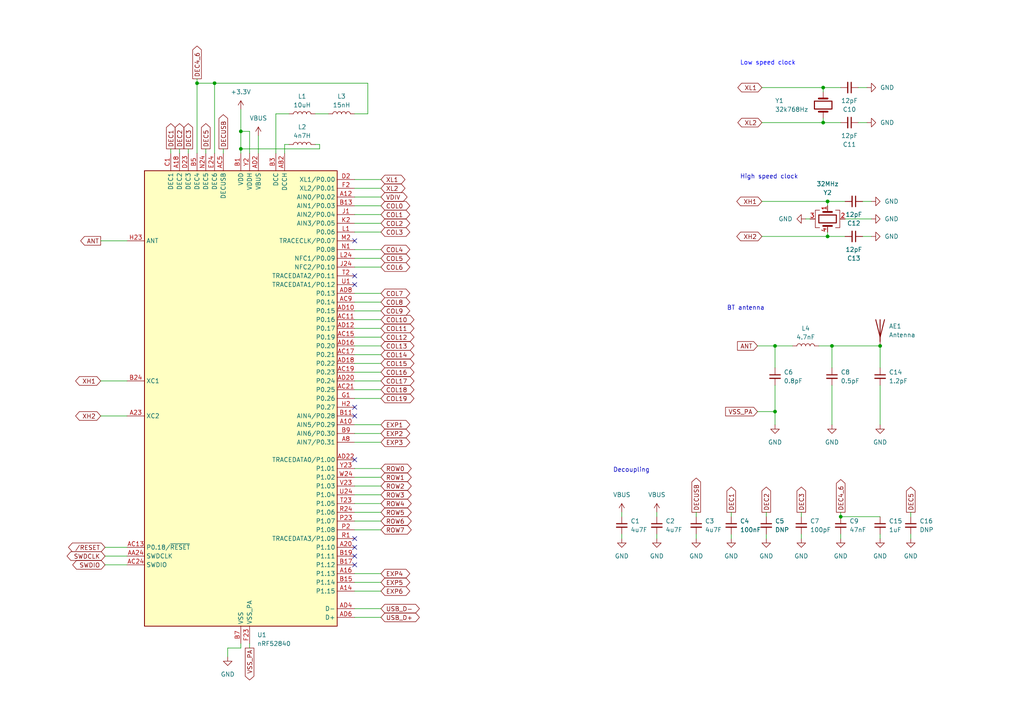
<source format=kicad_sch>
(kicad_sch (version 20230121) (generator eeschema)
  (paper "A4")
  (lib_symbols
    (symbol "Device:Antenna" (pin_numbers hide) (pin_names (offset 1.016) hide)
      (property "Reference" "AE" (at -1.905 1.905 0))
      (property "Value" "Antenna" (at -1.905 0 0))
      (symbol "Antenna_0_1"
        (polyline (pts (xy 0 2.54) (xy 0 -3.81)) (stroke (width 0.254)))
        (polyline (pts (xy 1.27 2.54) (xy 0 -2.54) (xy -1.27 2.54)) (stroke (width 0.254)))
      )
      (symbol "Antenna_1_1"
        (pin input line (at 0 -5.08 90) (length 2.54) (name "A") (number "1"))
      )
    )
    (symbol "Device:C_Small" (pin_numbers hide) (pin_names (offset 0.254) hide)
      (property "Reference" "C" (at 0.254 1.778 0))
      (property "Value" "C_Small" (at 0.254 -2.032 0))
      (symbol "C_Small_0_1"
        (polyline (pts (xy -1.524 -0.508) (xy 1.524 -0.508)) (stroke (width 0.3302)))
        (polyline (pts (xy -1.524 0.508) (xy 1.524 0.508)) (stroke (width 0.3048)))
      )
      (symbol "C_Small_1_1"
        (pin passive line (at 0 2.54 270) (length 2.032) (name "~") (number "1"))
        (pin passive line (at 0 -2.54 90) (length 2.032) (name "~") (number "2"))
      )
    )
    (symbol "Device:Crystal" (pin_numbers hide) (pin_names (offset 1.016) hide)
      (property "Reference" "Y" (at 0 3.81 0))
      (property "Value" "Crystal" (at 0 -3.81 0))
      (symbol "Crystal_0_1"
        (rectangle (start -1.143 2.54) (end 1.143 -2.54) (stroke (width 0.3048)))
        (polyline (pts (xy -2.54 0) (xy -1.905 0)))
        (polyline (pts (xy -1.905 -1.27) (xy -1.905 1.27)) (stroke (width 0.508)))
        (polyline (pts (xy 1.905 -1.27) (xy 1.905 1.27)) (stroke (width 0.508)))
        (polyline (pts (xy 2.54 0) (xy 1.905 0)))
      )
      (symbol "Crystal_1_1"
        (pin passive line (at -3.81 0 0) (length 1.27) (name "1") (number "1"))
        (pin passive line (at 3.81 0 180) (length 1.27) (name "2") (number "2"))
      )
    )
    (symbol "Device:Crystal_GND23" (pin_names (offset 1.016) hide)
      (property "Reference" "Y" (at 3.175 5.08 0))
      (property "Value" "Crystal_GND23" (at 3.175 3.175 0))
      (symbol "Crystal_GND23_0_1"
        (rectangle (start -1.143 2.54) (end 1.143 -2.54) (stroke (width 0.3048)))
        (polyline (pts (xy -2.54 0) (xy -2.032 0)))
        (polyline (pts (xy -2.032 -1.27) (xy -2.032 1.27)) (stroke (width 0.508)))
        (polyline (pts (xy 0 -3.81) (xy 0 -3.556)))
        (polyline (pts (xy 0 3.556) (xy 0 3.81)))
        (polyline (pts (xy 2.032 -1.27) (xy 2.032 1.27)) (stroke (width 0.508)))
        (polyline (pts (xy 2.032 0) (xy 2.54 0)))
        (polyline (pts (xy -2.54 -2.286) (xy -2.54 -3.556) (xy 2.54 -3.556) (xy 2.54 -2.286)))
        (polyline (pts (xy -2.54 2.286) (xy -2.54 3.556) (xy 2.54 3.556) (xy 2.54 2.286)))
      )
      (symbol "Crystal_GND23_1_1"
        (pin passive line (at -3.81 0 0) (length 1.27) (name "1") (number "1"))
        (pin passive line (at 0 5.08 270) (length 1.27) (name "2") (number "2"))
        (pin passive line (at 0 -5.08 90) (length 1.27) (name "3") (number "3"))
        (pin passive line (at 3.81 0 180) (length 1.27) (name "4") (number "4"))
      )
    )
    (symbol "Device:L" (pin_numbers hide) (pin_names (offset 1.016) hide)
      (property "Reference" "L" (at -1.27 0 90))
      (property "Value" "L" (at 1.905 0 90))
      (symbol "L_0_1"
        (arc (start 0 -2.54) (mid 0.6323 -1.905) (end 0 -1.27))
        (arc (start 0 -1.27) (mid 0.6323 -0.635) (end 0 0))
        (arc (start 0 0) (mid 0.6323 0.635) (end 0 1.27))
        (arc (start 0 1.27) (mid 0.6323 1.905) (end 0 2.54))
      )
      (symbol "L_1_1"
        (pin passive line (at 0 3.81 270) (length 1.27) (name "1") (number "1"))
        (pin passive line (at 0 -3.81 90) (length 1.27) (name "2") (number "2"))
      )
    )
    (symbol "MCU_Nordic:nRF52840"
      (property "Reference" "U" (at 0 5.08 0))
      (property "Value" "nRF52840" (at 0 2.54 0))
      (symbol "nRF52840_0_1"
        (rectangle (start -27.94 66.04) (end 27.94 -66.04) (stroke (width 0.254)) (fill (type background)))
      )
      (symbol "nRF52840_1_1"
        (pin bidirectional line (at 33.02 -7.62 180) (length 5.08) (name "AIN5/P0.29") (number "A10"))
        (pin bidirectional line (at 33.02 58.42 180) (length 5.08) (name "AIN0/P0.02") (number "A12"))
        (pin bidirectional line (at 33.02 -55.88 180) (length 5.08) (name "P1.15") (number "A14"))
        (pin bidirectional line (at 33.02 -50.8 180) (length 5.08) (name "P1.13") (number "A16"))
        (pin passive line (at -17.78 71.12 270) (length 5.08) (name "DEC2") (number "A18"))
        (pin bidirectional line (at 33.02 -43.18 180) (length 5.08) (name "P1.10") (number "A20"))
        (pin passive line (at 0 71.12 270) (length 5.08) hide (name "VDD") (number "A22"))
        (pin input line (at -33.02 -5.08 0) (length 5.08) (name "XC2") (number "A23"))
        (pin bidirectional line (at 33.02 -12.7 180) (length 5.08) (name "AIN7/P0.31") (number "A8"))
        (pin input line (at -33.02 -45.72 0) (length 5.08) (name "SWDCLK") (number "AA24"))
        (pin power_out line (at 12.7 71.12 270) (length 5.08) (name "DCCH") (number "AB2"))
        (pin bidirectional line (at 33.02 22.86 180) (length 5.08) (name "P0.16") (number "AC11"))
        (pin bidirectional line (at -33.02 -43.18 0) (length 5.08) (name "P0.18/~{RESET}") (number "AC13"))
        (pin bidirectional line (at 33.02 17.78 180) (length 5.08) (name "P0.19") (number "AC15"))
        (pin bidirectional line (at 33.02 12.7 180) (length 5.08) (name "P0.21") (number "AC17"))
        (pin bidirectional line (at 33.02 7.62 180) (length 5.08) (name "P0.23") (number "AC19"))
        (pin bidirectional line (at 33.02 2.54 180) (length 5.08) (name "P0.25") (number "AC21"))
        (pin bidirectional line (at -33.02 -48.26 0) (length 5.08) (name "SWDIO") (number "AC24"))
        (pin passive line (at -5.08 71.12 270) (length 5.08) (name "DECUSB") (number "AC5"))
        (pin bidirectional line (at 33.02 27.94 180) (length 5.08) (name "P0.14") (number "AC9"))
        (pin bidirectional line (at 33.02 25.4 180) (length 5.08) (name "P0.15") (number "AD10"))
        (pin bidirectional line (at 33.02 20.32 180) (length 5.08) (name "P0.17") (number "AD12"))
        (pin passive line (at 0 71.12 270) (length 5.08) hide (name "VDD") (number "AD14"))
        (pin bidirectional line (at 33.02 15.24 180) (length 5.08) (name "P0.20") (number "AD16"))
        (pin bidirectional line (at 33.02 10.16 180) (length 5.08) (name "P0.22") (number "AD18"))
        (pin power_in line (at 5.08 71.12 270) (length 5.08) (name "VBUS") (number "AD2"))
        (pin bidirectional line (at 33.02 5.08 180) (length 5.08) (name "P0.24") (number "AD20"))
        (pin bidirectional line (at 33.02 -17.78 180) (length 5.08) (name "TRACEDATA0/P1.00") (number "AD22"))
        (pin passive line (at 0 71.12 270) (length 5.08) hide (name "VDD") (number "AD23"))
        (pin bidirectional line (at 33.02 -60.96 180) (length 5.08) (name "D-") (number "AD4"))
        (pin bidirectional line (at 33.02 -63.5 180) (length 5.08) (name "D+") (number "AD6"))
        (pin bidirectional line (at 33.02 30.48 180) (length 5.08) (name "P0.13") (number "AD8"))
        (pin power_in line (at 0 71.12 270) (length 5.08) (name "VDD") (number "B1"))
        (pin bidirectional line (at 33.02 -5.08 180) (length 5.08) (name "AIN4/P0.28") (number "B11"))
        (pin bidirectional line (at 33.02 55.88 180) (length 5.08) (name "AIN1/P0.03") (number "B13"))
        (pin bidirectional line (at 33.02 -53.34 180) (length 5.08) (name "P1.14") (number "B15"))
        (pin bidirectional line (at 33.02 -48.26 180) (length 5.08) (name "P1.12") (number "B17"))
        (pin bidirectional line (at 33.02 -45.72 180) (length 5.08) (name "P1.11") (number "B19"))
        (pin input line (at -33.02 5.08 0) (length 5.08) (name "XC1") (number "B24"))
        (pin power_out line (at 10.16 71.12 270) (length 5.08) (name "DCC") (number "B3"))
        (pin passive line (at -12.7 71.12 270) (length 5.08) (name "DEC4") (number "B5"))
        (pin power_in line (at 0 -71.12 90) (length 5.08) (name "VSS") (number "B7"))
        (pin bidirectional line (at 33.02 -10.16 180) (length 5.08) (name "AIN6/P0.30") (number "B9"))
        (pin passive line (at -20.32 71.12 270) (length 5.08) (name "DEC1") (number "C1"))
        (pin bidirectional line (at 33.02 63.5 180) (length 5.08) (name "XL1/P0.00") (number "D2"))
        (pin passive line (at -15.24 71.12 270) (length 5.08) (name "DEC3") (number "D23"))
        (pin passive line (at -7.62 71.12 270) (length 5.08) (name "DEC6") (number "E24"))
        (pin passive line (at 0 -71.12 90) (length 5.08) hide (name "VSS") (number "EP"))
        (pin bidirectional line (at 33.02 60.96 180) (length 5.08) (name "XL2/P0.01") (number "F2"))
        (pin power_in line (at 2.54 -71.12 90) (length 5.08) (name "VSS_PA") (number "F23"))
        (pin bidirectional line (at 33.02 0 180) (length 5.08) (name "P0.26") (number "G1"))
        (pin bidirectional line (at 33.02 -2.54 180) (length 5.08) (name "P0.27") (number "H2"))
        (pin passive line (at -33.02 45.72 0) (length 5.08) (name "ANT") (number "H23"))
        (pin bidirectional line (at 33.02 53.34 180) (length 5.08) (name "AIN2/P0.04") (number "J1"))
        (pin bidirectional line (at 33.02 38.1 180) (length 5.08) (name "NFC2/P0.10") (number "J24"))
        (pin bidirectional line (at 33.02 50.8 180) (length 5.08) (name "AIN3/P0.05") (number "K2"))
        (pin bidirectional line (at 33.02 48.26 180) (length 5.08) (name "P0.06") (number "L1"))
        (pin bidirectional line (at 33.02 40.64 180) (length 5.08) (name "NFC1/P0.09") (number "L24"))
        (pin bidirectional line (at 33.02 45.72 180) (length 5.08) (name "TRACECLK/P0.07") (number "M2"))
        (pin bidirectional line (at 33.02 43.18 180) (length 5.08) (name "P0.08") (number "N1"))
        (pin passive line (at -10.16 71.12 270) (length 5.08) (name "DEC5") (number "N24"))
        (pin bidirectional line (at 33.02 -38.1 180) (length 5.08) (name "P1.08") (number "P2"))
        (pin bidirectional line (at 33.02 -35.56 180) (length 5.08) (name "P1.07") (number "P23"))
        (pin bidirectional line (at 33.02 -40.64 180) (length 5.08) (name "TRACEDATA3/P1.09") (number "R1"))
        (pin bidirectional line (at 33.02 -33.02 180) (length 5.08) (name "P1.06") (number "R24"))
        (pin bidirectional line (at 33.02 35.56 180) (length 5.08) (name "TRACEDATA2/P0.11") (number "T2"))
        (pin bidirectional line (at 33.02 -30.48 180) (length 5.08) (name "P1.05") (number "T23"))
        (pin bidirectional line (at 33.02 33.02 180) (length 5.08) (name "TRACEDATA1/P0.12") (number "U1"))
        (pin bidirectional line (at 33.02 -27.94 180) (length 5.08) (name "P1.04") (number "U24"))
        (pin bidirectional line (at 33.02 -25.4 180) (length 5.08) (name "P1.03") (number "V23"))
        (pin passive line (at 0 71.12 270) (length 5.08) hide (name "VDD") (number "W1"))
        (pin bidirectional line (at 33.02 -22.86 180) (length 5.08) (name "P1.02") (number "W24"))
        (pin power_in line (at 2.54 71.12 270) (length 5.08) (name "VDDH") (number "Y2"))
        (pin bidirectional line (at 33.02 -20.32 180) (length 5.08) (name "P1.01") (number "Y23"))
      )
    )
    (symbol "power:+3.3V" (power) (pin_names (offset 0))
      (property "Value" "+3.3V" (at 0 3.556 0))
      (symbol "+3.3V_0_1"
        (polyline (pts (xy -0.762 1.27) (xy 0 2.54)))
        (polyline (pts (xy 0 0) (xy 0 2.54)))
        (polyline (pts (xy 0 2.54) (xy 0.762 1.27)))
      )
      (symbol "+3.3V_1_1"
        (pin power_in line (at 0 0 90) (length 0) hide (name "+3.3V") (number "1"))
      )
    )
    (symbol "power:GND" (power) (pin_names (offset 0))
      (property "Value" "GND" (at 0 -3.81 0))
      (symbol "GND_0_1"
        (polyline (pts (xy 0 0) (xy 0 -1.27) (xy 1.27 -1.27) (xy 0 -2.54) (xy -1.27 -1.27) (xy 0 -1.27)))
      )
      (symbol "GND_1_1"
        (pin power_in line (at 0 0 270) (length 0) hide (name "GND") (number "1"))
      )
    )
    (symbol "power:VBUS" (power) (pin_names (offset 0))
      (property "Value" "VBUS" (at 0 3.81 0))
      (symbol "VBUS_0_1"
        (polyline (pts (xy -0.762 1.27) (xy 0 2.54)))
        (polyline (pts (xy 0 0) (xy 0 2.54)))
        (polyline (pts (xy 0 2.54) (xy 0.762 1.27)))
      )
      (symbol "VBUS_1_1"
        (pin power_in line (at 0 0 90) (length 0) hide (name "VBUS") (number "1"))
      )
    )
  )
  (junction (at 240.03 58.42))
  (junction (at 224.79 119.38))
  (junction (at 224.79 100.33))
  (junction (at 69.85 38.1))
  (junction (at 241.3 100.33))
  (junction (at 243.84 149.86))
  (junction (at 240.03 68.58))
  (junction (at 255.27 100.33))
  (junction (at 57.15 24.13))
  (junction (at 69.85 43.18))
  (junction (at 238.76 35.56))
  (junction (at 238.76 25.4))
  (junction (at 62.23 24.13))
  (no_connect (at 102.87 118.11))
  (no_connect (at 102.87 158.75))
  (no_connect (at 102.87 69.85))
  (no_connect (at 102.87 82.55))
  (no_connect (at 102.87 80.01))
  (no_connect (at 102.87 161.29))
  (no_connect (at 102.87 163.83))
  (no_connect (at 102.87 133.35))
  (no_connect (at 102.87 120.65))
  (no_connect (at 102.87 156.21))
  (wire (pts (xy 30.48 163.83) (xy 36.83 163.83)))
  (wire (pts (xy 74.93 39.37) (xy 74.93 44.45)))
  (wire (pts (xy 224.79 100.33) (xy 224.79 106.68)))
  (wire (pts (xy 29.21 110.49) (xy 36.83 110.49)))
  (wire (pts (xy 201.93 148.59) (xy 201.93 149.86)))
  (wire (pts (xy 102.87 115.57) (xy 110.49 115.57)))
  (wire (pts (xy 251.46 35.56) (xy 248.92 35.56)))
  (wire (pts (xy 102.87 153.67) (xy 110.49 153.67)))
  (wire (pts (xy 62.23 24.13) (xy 62.23 44.45)))
  (wire (pts (xy 59.69 43.18) (xy 59.69 44.45)))
  (wire (pts (xy 241.3 100.33) (xy 255.27 100.33)))
  (wire (pts (xy 255.27 154.94) (xy 255.27 156.21)))
  (wire (pts (xy 52.07 43.18) (xy 52.07 44.45)))
  (wire (pts (xy 102.87 146.05) (xy 110.49 146.05)))
  (wire (pts (xy 234.95 63.5) (xy 233.68 63.5)))
  (wire (pts (xy 66.04 190.5) (xy 66.04 187.96)))
  (wire (pts (xy 237.49 100.33) (xy 241.3 100.33)))
  (wire (pts (xy 245.11 58.42) (xy 240.03 58.42)))
  (wire (pts (xy 180.34 154.94) (xy 180.34 156.21)))
  (wire (pts (xy 72.39 44.45) (xy 72.39 38.1)))
  (wire (pts (xy 102.87 67.31) (xy 110.49 67.31)))
  (wire (pts (xy 102.87 57.15) (xy 110.49 57.15)))
  (wire (pts (xy 201.93 154.94) (xy 201.93 156.21)))
  (wire (pts (xy 220.98 25.4) (xy 238.76 25.4)))
  (wire (pts (xy 224.79 119.38) (xy 224.79 111.76)))
  (wire (pts (xy 80.01 44.45) (xy 80.01 33.02)))
  (wire (pts (xy 102.87 171.45) (xy 110.49 171.45)))
  (wire (pts (xy 102.87 138.43) (xy 110.49 138.43)))
  (wire (pts (xy 102.87 74.93) (xy 110.49 74.93)))
  (wire (pts (xy 82.55 41.91) (xy 82.55 44.45)))
  (wire (pts (xy 190.5 148.59) (xy 190.5 149.86)))
  (wire (pts (xy 243.84 154.94) (xy 243.84 156.21)))
  (wire (pts (xy 91.44 33.02) (xy 95.25 33.02)))
  (wire (pts (xy 102.87 100.33) (xy 110.49 100.33)))
  (wire (pts (xy 102.87 90.17) (xy 110.49 90.17)))
  (wire (pts (xy 102.87 105.41) (xy 110.49 105.41)))
  (wire (pts (xy 30.48 161.29) (xy 36.83 161.29)))
  (wire (pts (xy 80.01 33.02) (xy 83.82 33.02)))
  (wire (pts (xy 92.71 43.18) (xy 92.71 41.91)))
  (wire (pts (xy 241.3 111.76) (xy 241.3 123.19)))
  (wire (pts (xy 102.87 140.97) (xy 110.49 140.97)))
  (wire (pts (xy 102.87 148.59) (xy 110.49 148.59)))
  (wire (pts (xy 102.87 166.37) (xy 110.49 166.37)))
  (wire (pts (xy 57.15 22.86) (xy 57.15 24.13)))
  (wire (pts (xy 102.87 168.91) (xy 110.49 168.91)))
  (wire (pts (xy 102.87 102.87) (xy 110.49 102.87)))
  (wire (pts (xy 252.73 58.42) (xy 250.19 58.42)))
  (wire (pts (xy 251.46 25.4) (xy 248.92 25.4)))
  (wire (pts (xy 29.21 69.85) (xy 36.83 69.85)))
  (wire (pts (xy 252.73 63.5) (xy 245.11 63.5)))
  (wire (pts (xy 102.87 85.09) (xy 110.49 85.09)))
  (wire (pts (xy 243.84 149.86) (xy 255.27 149.86)))
  (wire (pts (xy 252.73 68.58) (xy 250.19 68.58)))
  (wire (pts (xy 69.85 43.18) (xy 69.85 44.45)))
  (wire (pts (xy 243.84 35.56) (xy 238.76 35.56)))
  (wire (pts (xy 102.87 107.95) (xy 110.49 107.95)))
  (wire (pts (xy 222.25 148.59) (xy 222.25 149.86)))
  (wire (pts (xy 64.77 43.18) (xy 64.77 44.45)))
  (wire (pts (xy 54.61 43.18) (xy 54.61 44.45)))
  (wire (pts (xy 91.44 41.91) (xy 92.71 41.91)))
  (wire (pts (xy 29.21 120.65) (xy 36.83 120.65)))
  (wire (pts (xy 106.68 33.02) (xy 102.87 33.02)))
  (wire (pts (xy 106.68 24.13) (xy 106.68 33.02)))
  (wire (pts (xy 219.71 119.38) (xy 224.79 119.38)))
  (wire (pts (xy 102.87 54.61) (xy 110.49 54.61)))
  (wire (pts (xy 240.03 68.58) (xy 240.03 67.31)))
  (wire (pts (xy 72.39 186.69) (xy 72.39 187.96)))
  (wire (pts (xy 224.79 100.33) (xy 229.87 100.33)))
  (wire (pts (xy 243.84 25.4) (xy 238.76 25.4)))
  (wire (pts (xy 69.85 43.18) (xy 92.71 43.18)))
  (wire (pts (xy 102.87 62.23) (xy 110.49 62.23)))
  (wire (pts (xy 102.87 113.03) (xy 110.49 113.03)))
  (wire (pts (xy 102.87 72.39) (xy 110.49 72.39)))
  (wire (pts (xy 102.87 135.89) (xy 110.49 135.89)))
  (wire (pts (xy 238.76 35.56) (xy 238.76 34.29)))
  (wire (pts (xy 219.71 100.33) (xy 224.79 100.33)))
  (wire (pts (xy 212.09 154.94) (xy 212.09 156.21)))
  (wire (pts (xy 222.25 154.94) (xy 222.25 156.21)))
  (wire (pts (xy 102.87 92.71) (xy 110.49 92.71)))
  (wire (pts (xy 220.98 58.42) (xy 240.03 58.42)))
  (wire (pts (xy 102.87 179.07) (xy 110.49 179.07)))
  (wire (pts (xy 102.87 95.25) (xy 110.49 95.25)))
  (wire (pts (xy 264.16 148.59) (xy 264.16 149.86)))
  (wire (pts (xy 102.87 110.49) (xy 110.49 110.49)))
  (wire (pts (xy 102.87 123.19) (xy 110.49 123.19)))
  (wire (pts (xy 102.87 52.07) (xy 110.49 52.07)))
  (wire (pts (xy 62.23 24.13) (xy 106.68 24.13)))
  (wire (pts (xy 264.16 154.94) (xy 264.16 156.21)))
  (wire (pts (xy 69.85 38.1) (xy 69.85 43.18)))
  (wire (pts (xy 102.87 128.27) (xy 110.49 128.27)))
  (wire (pts (xy 212.09 148.59) (xy 212.09 149.86)))
  (wire (pts (xy 69.85 186.69) (xy 69.85 187.96)))
  (wire (pts (xy 220.98 35.56) (xy 238.76 35.56)))
  (wire (pts (xy 49.53 43.18) (xy 49.53 44.45)))
  (wire (pts (xy 220.98 68.58) (xy 240.03 68.58)))
  (wire (pts (xy 102.87 77.47) (xy 110.49 77.47)))
  (wire (pts (xy 102.87 125.73) (xy 110.49 125.73)))
  (wire (pts (xy 224.79 119.38) (xy 224.79 123.19)))
  (wire (pts (xy 238.76 25.4) (xy 238.76 26.67)))
  (wire (pts (xy 102.87 176.53) (xy 110.49 176.53)))
  (wire (pts (xy 240.03 58.42) (xy 240.03 59.69)))
  (wire (pts (xy 180.34 148.59) (xy 180.34 149.86)))
  (wire (pts (xy 255.27 100.33) (xy 255.27 106.68)))
  (wire (pts (xy 243.84 148.59) (xy 243.84 149.86)))
  (wire (pts (xy 232.41 148.59) (xy 232.41 149.86)))
  (wire (pts (xy 72.39 38.1) (xy 69.85 38.1)))
  (wire (pts (xy 241.3 106.68) (xy 241.3 100.33)))
  (wire (pts (xy 232.41 154.94) (xy 232.41 156.21)))
  (wire (pts (xy 30.48 158.75) (xy 36.83 158.75)))
  (wire (pts (xy 102.87 59.69) (xy 110.49 59.69)))
  (wire (pts (xy 102.87 143.51) (xy 110.49 143.51)))
  (wire (pts (xy 66.04 187.96) (xy 69.85 187.96)))
  (wire (pts (xy 102.87 97.79) (xy 110.49 97.79)))
  (wire (pts (xy 57.15 24.13) (xy 62.23 24.13)))
  (wire (pts (xy 102.87 64.77) (xy 110.49 64.77)))
  (wire (pts (xy 102.87 151.13) (xy 110.49 151.13)))
  (wire (pts (xy 83.82 41.91) (xy 82.55 41.91)))
  (wire (pts (xy 102.87 87.63) (xy 110.49 87.63)))
  (wire (pts (xy 57.15 44.45) (xy 57.15 24.13)))
  (wire (pts (xy 69.85 31.75) (xy 69.85 38.1)))
  (wire (pts (xy 190.5 154.94) (xy 190.5 156.21)))
  (wire (pts (xy 245.11 68.58) (xy 240.03 68.58)))
  (wire (pts (xy 255.27 111.76) (xy 255.27 123.19)))
  (text "Low speed clock" (at 214.63 19.05 0) (effects (font (size 1.27 1.27)) (justify left bottom)))
  (text "Decoupling" (at 177.8 137.16 0) (effects (font (size 1.27 1.27)) (justify left bottom)))
  (text "High speed clock" (at 214.63 52.07 0) (effects (font (size 1.27 1.27)) (justify left bottom)))
  (text "BT antenna" (at 210.82 90.17 0) (effects (font (size 1.27 1.27)) (justify left bottom)))
  (global_label "SWDCLK" (shape bidirectional) (at 30.48 161.29 180) (property "Intersheetrefs" "${INTERSHEET_REFS}" (effects hide)))
  (global_label "EXP3" (shape bidirectional) (at 110.49 128.27 0) (property "Intersheetrefs" "${INTERSHEET_REFS}" (effects hide)))
  (global_label "ROW0" (shape bidirectional) (at 110.49 135.89 0) (property "Intersheetrefs" "${INTERSHEET_REFS}" (effects hide)))
  (global_label "USB_D-" (shape bidirectional) (at 110.49 176.53 0) (property "Intersheetrefs" "${INTERSHEET_REFS}" (effects hide)))
  (global_label "ROW3" (shape bidirectional) (at 110.49 143.51 0) (property "Intersheetrefs" "${INTERSHEET_REFS}" (effects hide)))
  (global_label "ROW1" (shape bidirectional) (at 110.49 138.43 0) (property "Intersheetrefs" "${INTERSHEET_REFS}" (effects hide)))
  (global_label "COL13" (shape bidirectional) (at 110.49 100.33 0) (property "Intersheetrefs" "${INTERSHEET_REFS}" (effects hide)))
  (global_label "ANT" (shape output) (at 29.21 69.85 180) (property "Intersheetrefs" "${INTERSHEET_REFS}" (effects hide)))
  (global_label "XH2" (shape bidirectional) (at 220.98 68.58 180) (property "Intersheetrefs" "${INTERSHEET_REFS}" (effects hide)))
  (global_label "VSS_PA" (shape input) (at 219.71 119.38 180) (property "Intersheetrefs" "${INTERSHEET_REFS}" (effects hide)))
  (global_label "SWDIO" (shape bidirectional) (at 30.48 163.83 180) (property "Intersheetrefs" "${INTERSHEET_REFS}" (effects hide)))
  (global_label "ANT" (shape input) (at 219.71 100.33 180) (property "Intersheetrefs" "${INTERSHEET_REFS}" (effects hide)))
  (global_label "DEC1" (shape output) (at 49.53 43.18 90) (property "Intersheetrefs" "${INTERSHEET_REFS}" (effects hide)))
  (global_label "EXP5" (shape bidirectional) (at 110.49 168.91 0) (property "Intersheetrefs" "${INTERSHEET_REFS}" (effects hide)))
  (global_label "ROW2" (shape bidirectional) (at 110.49 140.97 0) (property "Intersheetrefs" "${INTERSHEET_REFS}" (effects hide)))
  (global_label "COL5" (shape bidirectional) (at 110.49 74.93 0) (property "Intersheetrefs" "${INTERSHEET_REFS}" (effects hide)))
  (global_label "COL7" (shape bidirectional) (at 110.49 85.09 0) (property "Intersheetrefs" "${INTERSHEET_REFS}" (effects hide)))
  (global_label "COL14" (shape bidirectional) (at 110.49 102.87 0) (property "Intersheetrefs" "${INTERSHEET_REFS}" (effects hide)))
  (global_label "DEC5" (shape output) (at 59.69 43.18 90) (property "Intersheetrefs" "${INTERSHEET_REFS}" (effects hide)))
  (global_label "COL10" (shape bidirectional) (at 110.49 92.71 0) (property "Intersheetrefs" "${INTERSHEET_REFS}" (effects hide)))
  (global_label "EXP2" (shape bidirectional) (at 110.49 125.73 0) (property "Intersheetrefs" "${INTERSHEET_REFS}" (effects hide)))
  (global_label "COL16" (shape bidirectional) (at 110.49 107.95 0) (property "Intersheetrefs" "${INTERSHEET_REFS}" (effects hide)))
  (global_label "VSS_PA" (shape output) (at 72.39 187.96 270) (property "Intersheetrefs" "${INTERSHEET_REFS}" (effects hide)))
  (global_label "DEC3" (shape output) (at 54.61 43.18 90) (property "Intersheetrefs" "${INTERSHEET_REFS}" (effects hide)))
  (global_label "DEC2" (shape output) (at 52.07 43.18 90) (property "Intersheetrefs" "${INTERSHEET_REFS}" (effects hide)))
  (global_label "EXP6" (shape bidirectional) (at 110.49 171.45 0) (property "Intersheetrefs" "${INTERSHEET_REFS}" (effects hide)))
  (global_label "XH1" (shape bidirectional) (at 220.98 58.42 180) (property "Intersheetrefs" "${INTERSHEET_REFS}" (effects hide)))
  (global_label "XH2" (shape bidirectional) (at 29.21 120.65 180) (property "Intersheetrefs" "${INTERSHEET_REFS}" (effects hide)))
  (global_label "DEC4_6" (shape output) (at 243.84 148.59 90) (property "Intersheetrefs" "${INTERSHEET_REFS}" (effects hide)))
  (global_label "XL2" (shape bidirectional) (at 220.98 35.56 180) (property "Intersheetrefs" "${INTERSHEET_REFS}" (effects hide)))
  (global_label "USB_D+" (shape bidirectional) (at 110.49 179.07 0) (property "Intersheetrefs" "${INTERSHEET_REFS}" (effects hide)))
  (global_label "DEC4_6" (shape output) (at 57.15 22.86 90) (property "Intersheetrefs" "${INTERSHEET_REFS}" (effects hide)))
  (global_label "COL12" (shape bidirectional) (at 110.49 97.79 0) (property "Intersheetrefs" "${INTERSHEET_REFS}" (effects hide)))
  (global_label "COL6" (shape bidirectional) (at 110.49 77.47 0) (property "Intersheetrefs" "${INTERSHEET_REFS}" (effects hide)))
  (global_label "EXP1" (shape bidirectional) (at 110.49 123.19 0) (property "Intersheetrefs" "${INTERSHEET_REFS}" (effects hide)))
  (global_label "DEC1" (shape output) (at 212.09 148.59 90) (property "Intersheetrefs" "${INTERSHEET_REFS}" (effects hide)))
  (global_label "ROW4" (shape bidirectional) (at 110.49 146.05 0) (property "Intersheetrefs" "${INTERSHEET_REFS}" (effects hide)))
  (global_label "COL15" (shape bidirectional) (at 110.49 105.41 0) (property "Intersheetrefs" "${INTERSHEET_REFS}" (effects hide)))
  (global_label "COL18" (shape bidirectional) (at 110.49 113.03 0) (property "Intersheetrefs" "${INTERSHEET_REFS}" (effects hide)))
  (global_label "COL2" (shape bidirectional) (at 110.49 64.77 0) (property "Intersheetrefs" "${INTERSHEET_REFS}" (effects hide)))
  (global_label "COL1" (shape bidirectional) (at 110.49 62.23 0) (property "Intersheetrefs" "${INTERSHEET_REFS}" (effects hide)))
  (global_label "COL0" (shape bidirectional) (at 110.49 59.69 0) (property "Intersheetrefs" "${INTERSHEET_REFS}" (effects hide)))
  (global_label "DECUSB" (shape output) (at 64.77 43.18 90) (property "Intersheetrefs" "${INTERSHEET_REFS}" (effects hide)))
  (global_label "XL1" (shape bidirectional) (at 110.49 52.07 0) (property "Intersheetrefs" "${INTERSHEET_REFS}" (effects hide)))
  (global_label "COL9" (shape bidirectional) (at 110.49 90.17 0) (property "Intersheetrefs" "${INTERSHEET_REFS}" (effects hide)))
  (global_label "COL11" (shape bidirectional) (at 110.49 95.25 0) (property "Intersheetrefs" "${INTERSHEET_REFS}" (effects hide)))
  (global_label "EXP4" (shape bidirectional) (at 110.49 166.37 0) (property "Intersheetrefs" "${INTERSHEET_REFS}" (effects hide)))
  (global_label "DEC5" (shape output) (at 264.16 148.59 90) (property "Intersheetrefs" "${INTERSHEET_REFS}" (effects hide)))
  (global_label "DEC2" (shape output) (at 222.25 148.59 90) (property "Intersheetrefs" "${INTERSHEET_REFS}" (effects hide)))
  (global_label "XL1" (shape bidirectional) (at 220.98 25.4 180) (property "Intersheetrefs" "${INTERSHEET_REFS}" (effects hide)))
  (global_label "XL2" (shape bidirectional) (at 110.49 54.61 0) (property "Intersheetrefs" "${INTERSHEET_REFS}" (effects hide)))
  (global_label "COL3" (shape bidirectional) (at 110.49 67.31 0) (property "Intersheetrefs" "${INTERSHEET_REFS}" (effects hide)))
  (global_label "COL17" (shape bidirectional) (at 110.49 110.49 0) (property "Intersheetrefs" "${INTERSHEET_REFS}" (effects hide)))
  (global_label "ROW5" (shape bidirectional) (at 110.49 148.59 0) (property "Intersheetrefs" "${INTERSHEET_REFS}" (effects hide)))
  (global_label "COL4" (shape bidirectional) (at 110.49 72.39 0) (property "Intersheetrefs" "${INTERSHEET_REFS}" (effects hide)))
  (global_label "DEC3" (shape output) (at 232.41 148.59 90) (property "Intersheetrefs" "${INTERSHEET_REFS}" (effects hide)))
  (global_label "COL19" (shape bidirectional) (at 110.49 115.57 0) (property "Intersheetrefs" "${INTERSHEET_REFS}" (effects hide)))
  (global_label "ROW7" (shape bidirectional) (at 110.49 153.67 0) (property "Intersheetrefs" "${INTERSHEET_REFS}" (effects hide)))
  (global_label "COL8" (shape bidirectional) (at 110.49 87.63 0) (property "Intersheetrefs" "${INTERSHEET_REFS}" (effects hide)))
  (global_label "XH1" (shape bidirectional) (at 29.21 110.49 180) (property "Intersheetrefs" "${INTERSHEET_REFS}" (effects hide)))
  (global_label "VDIV" (shape bidirectional) (at 110.49 57.15 0) (property "Intersheetrefs" "${INTERSHEET_REFS}" (effects hide)))
  (global_label "ROW6" (shape bidirectional) (at 110.49 151.13 0) (property "Intersheetrefs" "${INTERSHEET_REFS}" (effects hide)))
  (global_label "{slash}RESET" (shape bidirectional) (at 30.48 158.75 180) (property "Intersheetrefs" "${INTERSHEET_REFS}" (effects hide)))
  (global_label "DECUSB" (shape output) (at 201.93 148.59 90) (property "Intersheetrefs" "${INTERSHEET_REFS}" (effects hide)))
  (symbol (lib_id "power:VBUS") (at 190.5 148.59 0) (unit 1)
    (property "Reference" "#PWR06" (effects hide))
    (property "Value" "VBUS" (at 190.5 143.51 0))
  )
  (symbol (lib_id "power:GND") (at 222.25 156.21 0) (unit 1)
    (property "Reference" "#PWR010" (effects hide))
    (property "Value" "GND" (at 222.25 161.29 0))
  )
  (symbol (lib_id "power:+3.3V") (at 69.85 31.75 0) (unit 1)
    (property "Reference" "#PWR02" (effects hide))
    (property "Value" "+3.3V" (at 69.85 26.67 0))
  )
  (symbol (lib_id "power:GND") (at 180.34 156.21 0) (unit 1)
    (property "Reference" "#PWR05" (effects hide))
    (property "Value" "GND" (at 180.34 161.29 0))
  )
  (symbol (lib_id "Device:C_Small") (at 264.16 152.4 0) (unit 1)
    (property "Reference" "C16" (at 266.7 151.1363 0) (effects (justify left)))
    (property "Value" "DNP" (at 266.7 153.6763 0) (effects (justify left)))
    (property "Footprint" "Capacitor_SMD:C_0603_1608Metric" (effects hide))
  )
  (symbol (lib_id "Device:L") (at 87.63 33.02 90) (unit 1)
    (property "Reference" "L1" (at 87.63 27.94 90))
    (property "Value" "10uH" (at 87.63 30.48 90))
  )
  (symbol (lib_id "Device:C_Small") (at 201.93 152.4 0) (unit 1)
    (property "Reference" "C3" (at 204.47 151.1363 0) (effects (justify left)))
    (property "Value" "4u7F" (at 204.47 153.6763 0) (effects (justify left)))
    (property "Footprint" "Capacitor_SMD:C_0603_1608Metric" (effects hide))
    (property "Datasheet" "https://jlcpcb.com/partdetail/20375-CL10A475KO8NNNC/C19666" (effects hide))
    (property "LCSC" "C19666" (effects hide))
  )
  (symbol (lib_id "power:GND") (at 255.27 123.19 0) (unit 1)
    (property "Reference" "#PWR023" (effects hide))
    (property "Value" "GND" (at 255.27 128.27 0))
  )
  (symbol (lib_id "Device:C_Small") (at 212.09 152.4 0) (unit 1)
    (property "Reference" "C4" (at 214.63 151.1363 0) (effects (justify left)))
    (property "Value" "100nF" (at 214.63 153.6763 0) (effects (justify left)))
    (property "Footprint" "Capacitor_SMD:C_0603_1608Metric" (effects hide))
    (property "Datasheet" "https://jlcpcb.com/partdetail/Yageo-CC0603KRX7R9BB104/C14663" (effects hide))
    (property "LCSC" "C14663" (effects hide))
  )
  (symbol (lib_id "power:GND") (at 252.73 68.58 90) (unit 1)
    (property "Reference" "#PWR022" (effects hide))
    (property "Value" "GND" (at 256.54 68.58 90) (effects (justify right)))
  )
  (symbol (lib_id "power:VBUS") (at 74.93 39.37 0) (unit 1)
    (property "Reference" "#PWR03" (effects hide))
    (property "Value" "VBUS" (at 74.93 34.29 0))
  )
  (symbol (lib_id "Device:C_Small") (at 255.27 152.4 0) (unit 1)
    (property "Reference" "C15" (at 257.81 151.1363 0) (effects (justify left)))
    (property "Value" "1uF" (at 257.81 153.6763 0) (effects (justify left)))
  )
  (symbol (lib_id "Device:C_Small") (at 247.65 68.58 270) (unit 1)
    (property "Reference" "C13" (at 247.6437 74.93 90))
    (property "Value" "12pF" (at 247.6437 72.39 90))
  )
  (symbol (lib_id "power:GND") (at 251.46 25.4 90) (unit 1)
    (property "Reference" "#PWR017" (effects hide))
    (property "Value" "GND" (at 255.27 25.4 90) (effects (justify right)))
  )
  (symbol (lib_id "power:GND") (at 66.04 190.5 0) (unit 1)
    (property "Reference" "#PWR01" (effects hide))
    (property "Value" "GND" (at 66.04 195.58 0))
  )
  (symbol (lib_id "power:GND") (at 233.68 63.5 270) (unit 1)
    (property "Reference" "#PWR014" (effects hide))
    (property "Value" "GND" (at 229.87 63.5 90) (effects (justify right)))
  )
  (symbol (lib_id "power:GND") (at 251.46 35.56 90) (unit 1)
    (property "Reference" "#PWR019" (effects hide))
    (property "Value" "GND" (at 255.27 35.56 90) (effects (justify right)))
  )
  (symbol (lib_id "Device:C_Small") (at 232.41 152.4 0) (unit 1)
    (property "Reference" "C7" (at 234.95 151.1363 0) (effects (justify left)))
    (property "Value" "100pF" (at 234.95 153.6763 0) (effects (justify left)))
  )
  (symbol (lib_id "Device:C_Small") (at 190.5 152.4 0) (unit 1)
    (property "Reference" "C2" (at 193.04 151.1363 0) (effects (justify left)))
    (property "Value" "4u7F" (at 193.04 153.6763 0) (effects (justify left)))
    (property "Footprint" "Capacitor_SMD:C_0603_1608Metric" (effects hide))
    (property "Datasheet" "https://jlcpcb.com/partdetail/20375-CL10A475KO8NNNC/C19666" (effects hide))
    (property "LCSC" "C19666" (effects hide))
  )
  (symbol (lib_id "power:GND") (at 255.27 156.21 0) (unit 1)
    (property "Reference" "#PWR024" (effects hide))
    (property "Value" "GND" (at 255.27 161.29 0))
  )
  (symbol (lib_id "power:GND") (at 252.73 63.5 90) (unit 1)
    (property "Reference" "#PWR021" (effects hide))
    (property "Value" "GND" (at 256.54 63.5 90) (effects (justify right)))
  )
  (symbol (lib_id "Device:C_Small") (at 243.84 152.4 0) (unit 1)
    (property "Reference" "C9" (at 246.38 151.1363 0) (effects (justify left)))
    (property "Value" "47nF" (at 246.38 153.6763 0) (effects (justify left)))
  )
  (symbol (lib_id "MCU_Nordic:nRF52840") (at 69.85 115.57 0) (unit 1)
    (property "Reference" "U1" (at 74.5841 184.15 0) (effects (justify left)))
    (property "Value" "nRF52840" (at 74.5841 186.69 0) (effects (justify left)))
    (property "Footprint" "Package_DFN_QFN:Nordic_AQFN-73-1EP_7x7mm_P0.5mm" (effects hide))
    (property "Datasheet" "http://infocenter.nordicsemi.com/topic/com.nordic.infocenter.nrf52/dita/nrf52/chips/nrf52840.html" (effects hide))
    (property "LCSC" "C1851953" (effects hide))
  )
  (symbol (lib_id "power:GND") (at 264.16 156.21 0) (unit 1)
    (property "Reference" "#PWR025" (effects hide))
    (property "Value" "GND" (at 264.16 161.29 0))
  )
  (symbol (lib_id "Device:C_Small") (at 180.34 152.4 0) (unit 1)
    (property "Reference" "C1" (at 182.88 151.1363 0) (effects (justify left)))
    (property "Value" "4u7F" (at 182.88 153.6763 0) (effects (justify left)))
    (property "Footprint" "Capacitor_SMD:C_0603_1608Metric" (effects hide))
    (property "Datasheet" "https://jlcpcb.com/partdetail/20375-CL10A475KO8NNNC/C19666" (effects hide))
    (property "LCSC" "C19666" (effects hide))
  )
  (symbol (lib_id "Device:C_Small") (at 247.65 58.42 270) (unit 1)
    (property "Reference" "C12" (at 247.6437 64.77 90))
    (property "Value" "12pF" (at 247.6437 62.23 90))
  )
  (symbol (lib_id "Device:C_Small") (at 246.38 35.56 270) (unit 1)
    (property "Reference" "C11" (at 246.3737 41.91 90))
    (property "Value" "12pF" (at 246.3737 39.37 90))
  )
  (symbol (lib_id "power:GND") (at 243.84 156.21 0) (unit 1)
    (property "Reference" "#PWR016" (effects hide))
    (property "Value" "GND" (at 243.84 161.29 0))
  )
  (symbol (lib_id "Device:C_Small") (at 241.3 109.22 0) (unit 1)
    (property "Reference" "C8" (at 243.84 107.9563 0) (effects (justify left)))
    (property "Value" "0.5pF" (at 243.84 110.4963 0) (effects (justify left)))
  )
  (symbol (lib_id "Device:L") (at 233.68 100.33 90) (unit 1)
    (property "Reference" "L4" (at 233.68 95.25 90))
    (property "Value" "4.7nF" (at 233.68 97.79 90))
  )
  (symbol (lib_id "Device:C_Small") (at 222.25 152.4 0) (unit 1)
    (property "Reference" "C5" (at 224.79 151.1363 0) (effects (justify left)))
    (property "Value" "DNP" (at 224.79 153.6763 0) (effects (justify left)))
    (property "Footprint" "Capacitor_SMD:C_0603_1608Metric" (effects hide))
  )
  (symbol (lib_id "Device:C_Small") (at 224.79 109.22 0) (unit 1)
    (property "Reference" "C6" (at 227.33 107.9563 0) (effects (justify left)))
    (property "Value" "0.8pF" (at 227.33 110.4963 0) (effects (justify left)))
  )
  (symbol (lib_id "power:GND") (at 212.09 156.21 0) (unit 1)
    (property "Reference" "#PWR09" (effects hide))
    (property "Value" "GND" (at 212.09 161.29 0))
  )
  (symbol (lib_id "power:GND") (at 201.93 156.21 0) (unit 1)
    (property "Reference" "#PWR08" (effects hide))
    (property "Value" "GND" (at 201.93 161.29 0))
  )
  (symbol (lib_id "Device:C_Small") (at 255.27 109.22 0) (unit 1)
    (property "Reference" "C14" (at 257.81 107.9563 0) (effects (justify left)))
    (property "Value" "1.2pF" (at 257.81 110.4963 0) (effects (justify left)))
  )
  (symbol (lib_id "power:GND") (at 241.3 123.19 0) (unit 1)
    (property "Reference" "#PWR015" (effects hide))
    (property "Value" "GND" (at 241.3 128.27 0))
  )
  (symbol (lib_id "power:GND") (at 252.73 58.42 90) (unit 1)
    (property "Reference" "#PWR020" (effects hide))
    (property "Value" "GND" (at 256.54 58.42 90) (effects (justify right)))
  )
  (symbol (lib_id "Device:L") (at 87.63 41.91 90) (unit 1)
    (property "Reference" "L2" (at 87.63 36.83 90))
    (property "Value" "4n7H" (at 87.63 39.37 90))
  )
  (symbol (lib_id "Device:Crystal_GND23") (at 240.03 63.5 270) (unit 1)
    (property "Reference" "Y2" (at 240.03 55.88 90))
    (property "Value" "32MHz" (at 240.03 53.34 90))
    (property "Footprint" "Crystal:Crystal_SMD_TXC_7M-4Pin_3.2x2.5mm" (effects hide))
    (property "Datasheet" "https://jlcpcb.com/partdetail/TxcCorp-7M32000035/C90923" (effects hide))
    (property "LCSC" "C90923" (effects hide))
  )
  (symbol (lib_id "Device:Crystal") (at 238.76 30.48 270) (unit 1)
    (property "Reference" "Y1" (at 224.79 29.21 90) (effects (justify left)))
    (property "Value" "32k768Hz" (at 224.79 31.75 90) (effects (justify left)))
    (property "Footprint" "Crystal:Crystal_SMD_3215-2Pin_3.2x1.5mm" (effects hide))
    (property "Datasheet" "https://jlcpcb.com/partdetail/TxcCorp-AH03270010/C409355" (effects hide))
    (property "LCSC" "C409355" (effects hide))
  )
  (symbol (lib_id "power:VBUS") (at 180.34 148.59 0) (unit 1)
    (property "Reference" "#PWR04" (effects hide))
    (property "Value" "VBUS" (at 180.34 143.51 0))
  )
  (symbol (lib_id "Device:C_Small") (at 246.38 25.4 270) (unit 1)
    (property "Reference" "C10" (at 246.3737 31.75 90))
    (property "Value" "12pF" (at 246.3737 29.21 90))
  )
  (symbol (lib_id "power:GND") (at 190.5 156.21 0) (unit 1)
    (property "Reference" "#PWR07" (effects hide))
    (property "Value" "GND" (at 190.5 161.29 0))
  )
  (symbol (lib_id "Device:L") (at 99.06 33.02 90) (unit 1)
    (property "Reference" "L3" (at 99.06 27.94 90))
    (property "Value" "15nH" (at 99.06 30.48 90))
  )
  (symbol (lib_id "power:GND") (at 232.41 156.21 0) (unit 1)
    (property "Reference" "#PWR013" (effects hide))
    (property "Value" "GND" (at 232.41 161.29 0))
  )
  (symbol (lib_id "power:GND") (at 224.79 123.19 0) (unit 1)
    (property "Reference" "#PWR011" (effects hide))
    (property "Value" "GND" (at 224.79 128.27 0))
  )
  (symbol (lib_id "Device:Antenna") (at 255.27 95.25 0) (unit 1)
    (property "Reference" "AE1" (at 257.81 94.615 0) (effects (justify left)))
    (property "Value" "Antenna" (at 257.81 97.155 0) (effects (justify left)))
  )
)
</source>
